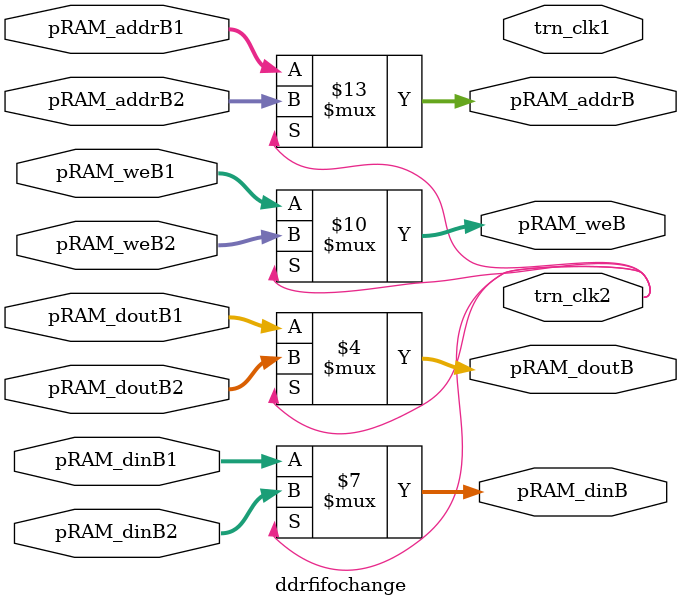
<source format=v>
 

 

module ddrfifochange(

									
							output   trn_clk1 , 
			
			
							output   trn_clk2 ,
							
							
					
					
				input [11:0]	pRAM_addrB1			 ,
       		input [7:0]	  pRAM_weB1             ,
      		input [63:0]	   pRAM_dinB1           ,
      		input [63:0]	  pRAM_doutB1         ,
		  
				input	[11:0]	pRAM_addrB2			 ,
       		input [7:0]	  pRAM_weB2             ,
        		input [63:0]	 pRAM_dinB2           ,
        		input [63:0]	pRAM_doutB2         ,
		  
				output[11:0]  pRAM_addrB			 ,
       		output	[7:0]  pRAM_weB             ,
       		output	 [63:0]  pRAM_dinB           ,
       		output [63:0] pRAM_doutB     
		  
                
                //input up_dmode
                //output clk
                );
//                               
/*Parametrs*/
//                   
 
//
/*Variable*/
//

//Input Reg

  
				  
				  
				  
		wire[11:0]		   pRAM_addrB1    ;
		wire[7:0]	     pRAM_weB1      ;
		wire[63:0]	     pRAM_dinB1      ;
		wire[63:0]	     pRAM_doutB1     ;
			  
		wire[11:0]		   pRAM_addrB2      ;
		wire[7:0]	     pRAM_weB2        ;
		wire[63:0]	     pRAM_dinB2       ;
		wire[63:0]	     pRAM_doutB2     ;
		
	//	reg[63:0]	     pRAM_doutB2reg     ;
				  
		reg[11:0]		  pRAM_addrB         ;
		reg[7:0]	     pRAM_weB        ;
		reg[63:0]	     pRAM_dinB            ;
		reg[63:0]	     pRAM_doutB      ;
 
	 wire trn_clk1;
	 
	 wire trn_clk2;
/*
	wire strobe_adcd;
	 wire user_wr_clk;
	 wire trn_clk;
	 reg user_wr_clk1;
	 reg trn_clk1;
	 reg user_wr_clk2;
	 reg trn_clk2;
	  
	 
	  	reg [7:0]		 user_wr_weA1       ;		  
		reg[63:0]	     user_wr_dinA1    ;
		reg[63:0]	      user_wr_doutA1  ;
		reg[11:0]	     user_wr_addrA1    ;
				  
		reg[7:0]	  		 user_wr_weA2       ;		  
		reg[63:0]	     user_wr_dinA2      ;
		reg[63:0]	      user_wr_doutA2 ;
		reg[11:0]	     user_wr_addrA2     ;
				  
				  
		wire[7:0]	  		 user_wr_weA   ;			  
		wire[63:0]	     user_wr_dinA     ;
		wire[63:0]	      user_wr_doutA     ;
		wire	[11:0]     user_wr_addrA       ;
				  
				  
				  
		reg[11:0]		   pRAM_addrB1    ;
		reg[7:0]	     pRAM_weB1      ;
		reg[63:0]	     pRAM_dinB1      ;
		reg[63:0]	     pRAM_doutB1     ;
			  
		reg[11:0]		   pRAM_addrB2      ;
		reg[7:0]	     pRAM_weB2        ;
		reg[63:0]	     pRAM_dinB2       ;
		reg[63:0]	     pRAM_doutB2     ;
				  
		wire[11:0]		  pRAM_addrB         ;
		wire[7:0]	     pRAM_weB        ;
		wire[63:0]	     pRAM_dinB            ;
		wire[63:0]	     pRAM_doutB      ;
				  
				  */
	 
	 	 
	  
//
/*Gluing data ADC*/
// 

//posedge clk
 //always @* begin
  always @* begin
     		  if  (trn_clk2==0 )
			   begin
		  	 		   pRAM_addrB <= pRAM_addrB1     ;
		 	     pRAM_weB <= pRAM_weB1      ;
		 	     pRAM_dinB  <=pRAM_dinB1     ;
		 	     pRAM_doutB  <=pRAM_doutB1   ;
				end
				else
				 begin
					 		   pRAM_addrB <= pRAM_addrB2     ;
		 	     pRAM_weB <= pRAM_weB2      ;
		 	     pRAM_dinB  <=pRAM_dinB2     ;
		 	     pRAM_doutB  <=pRAM_doutB2   ;
				end
  end
  
endmodule

 

 


</source>
